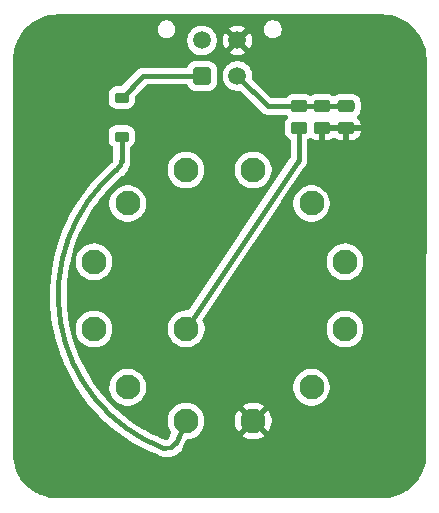
<source format=gbr>
%TF.GenerationSoftware,KiCad,Pcbnew,9.0.4*%
%TF.CreationDate,2026-01-01T20:18:17+00:00*%
%TF.ProjectId,rotary-switch,726f7461-7279-42d7-9377-697463682e6b,rev?*%
%TF.SameCoordinates,Original*%
%TF.FileFunction,Copper,L2,Bot*%
%TF.FilePolarity,Positive*%
%FSLAX46Y46*%
G04 Gerber Fmt 4.6, Leading zero omitted, Abs format (unit mm)*
G04 Created by KiCad (PCBNEW 9.0.4) date 2026-01-01 20:18:17*
%MOMM*%
%LPD*%
G01*
G04 APERTURE LIST*
G04 Aperture macros list*
%AMRoundRect*
0 Rectangle with rounded corners*
0 $1 Rounding radius*
0 $2 $3 $4 $5 $6 $7 $8 $9 X,Y pos of 4 corners*
0 Add a 4 corners polygon primitive as box body*
4,1,4,$2,$3,$4,$5,$6,$7,$8,$9,$2,$3,0*
0 Add four circle primitives for the rounded corners*
1,1,$1+$1,$2,$3*
1,1,$1+$1,$4,$5*
1,1,$1+$1,$6,$7*
1,1,$1+$1,$8,$9*
0 Add four rect primitives between the rounded corners*
20,1,$1+$1,$2,$3,$4,$5,0*
20,1,$1+$1,$4,$5,$6,$7,0*
20,1,$1+$1,$6,$7,$8,$9,0*
20,1,$1+$1,$8,$9,$2,$3,0*%
G04 Aperture macros list end*
%TA.AperFunction,Conductor*%
%ADD10C,0.400000*%
%TD*%
%TA.AperFunction,ComponentPad*%
%ADD11C,1.500000*%
%TD*%
%TA.AperFunction,ComponentPad*%
%ADD12RoundRect,0.250001X-0.499999X-0.499999X0.499999X-0.499999X0.499999X0.499999X-0.499999X0.499999X0*%
%TD*%
%TA.AperFunction,SMDPad,CuDef*%
%ADD13RoundRect,0.250000X-0.475000X0.250000X-0.475000X-0.250000X0.475000X-0.250000X0.475000X0.250000X0*%
%TD*%
%TA.AperFunction,SMDPad,CuDef*%
%ADD14RoundRect,0.250000X0.450000X-0.262500X0.450000X0.262500X-0.450000X0.262500X-0.450000X-0.262500X0*%
%TD*%
%TA.AperFunction,ComponentPad*%
%ADD15C,5.600000*%
%TD*%
%TA.AperFunction,SMDPad,CuDef*%
%ADD16RoundRect,0.250000X-0.450000X0.262500X-0.450000X-0.262500X0.450000X-0.262500X0.450000X0.262500X0*%
%TD*%
%TA.AperFunction,SMDPad,CuDef*%
%ADD17RoundRect,0.225000X0.375000X-0.225000X0.375000X0.225000X-0.375000X0.225000X-0.375000X-0.225000X0*%
%TD*%
%TA.AperFunction,ComponentPad*%
%ADD18C,2.100000*%
%TD*%
G04 APERTURE END LIST*
D10*
%TO.N,Net-(D1-K)*%
X102900000Y-43800000D02*
X102901388Y-45850000D01*
X102901388Y-45850000D02*
G75*
G02*
X102500000Y-46600000I-901388J0D01*
G01*
X107484025Y-69743610D02*
G75*
G02*
X106500000Y-70200000I-734025J293610D01*
G01*
X106450000Y-70200000D02*
G75*
G02*
X102500000Y-46600000I4953522J12959647D01*
G01*
%TD*%
D11*
%TO.P,J1,4,Pin_4*%
%TO.N,GND*%
X112694001Y-35670002D03*
%TO.P,J1,3,Pin_3*%
%TO.N,unconnected-(J1-Pin_3-Pad3)*%
X109694007Y-35669994D03*
%TO.P,J1,2,Pin_2*%
%TO.N,/Output*%
X112694003Y-38670010D03*
D12*
%TO.P,J1,1,Pin_1*%
%TO.N,+12V*%
X109693997Y-38670000D03*
%TD*%
D13*
%TO.P,C1,1*%
%TO.N,/Output*%
X121899998Y-41200002D03*
%TO.P,C1,2*%
%TO.N,GND*%
X121900002Y-43099998D03*
%TD*%
D14*
%TO.P,R12,1*%
%TO.N,Net-(R12-Pad1)*%
X117900000Y-43062487D03*
%TO.P,R12,2*%
%TO.N,/Output*%
X117900000Y-41237513D03*
%TD*%
D15*
%TO.P,H3,1,1*%
%TO.N,GND*%
X97517220Y-70632780D03*
%TD*%
%TO.P,H4,1,1*%
%TO.N,GND*%
X124892220Y-70632780D03*
%TD*%
%TO.P,H2,1,1*%
%TO.N,GND*%
X124917220Y-37257780D03*
%TD*%
%TO.P,H1,1,1*%
%TO.N,GND*%
X97517220Y-37257780D03*
%TD*%
D16*
%TO.P,R13,1*%
%TO.N,/Output*%
X119850000Y-41237509D03*
%TO.P,R13,2*%
%TO.N,GND*%
X119850000Y-43062491D03*
%TD*%
D17*
%TO.P,D1,1,K*%
%TO.N,Net-(D1-K)*%
X102900003Y-43800004D03*
%TO.P,D1,2,A*%
%TO.N,+12V*%
X102899997Y-40499996D03*
%TD*%
D18*
%TO.P,SW1,1,1*%
%TO.N,Net-(D1-K)*%
X108347000Y-67875000D03*
%TO.P,SW1,2,2*%
%TO.N,Net-(R1-Pad2)*%
X103416000Y-65028000D03*
%TO.P,SW1,3,3*%
%TO.N,Net-(R2-Pad2)*%
X100569000Y-60097000D03*
%TO.P,SW1,4,4*%
%TO.N,Net-(R3-Pad2)*%
X100569000Y-54403000D03*
%TO.P,SW1,5,5*%
%TO.N,Net-(R4-Pad2)*%
X103416000Y-49472000D03*
%TO.P,SW1,6,6*%
%TO.N,Net-(R5-Pad2)*%
X108347000Y-46625000D03*
%TO.P,SW1,7,7*%
%TO.N,Net-(R6-Pad2)*%
X114041000Y-46625000D03*
%TO.P,SW1,8,8*%
%TO.N,Net-(R7-Pad2)*%
X118972000Y-49472000D03*
%TO.P,SW1,9,9*%
%TO.N,Net-(R8-Pad2)*%
X121819000Y-54403000D03*
%TO.P,SW1,10,10*%
%TO.N,Net-(R10-Pad1)*%
X121819000Y-60097000D03*
%TO.P,SW1,11,11*%
%TO.N,Net-(R10-Pad2)*%
X118972000Y-65028000D03*
%TO.P,SW1,12,12*%
%TO.N,GND*%
X114041000Y-67875000D03*
%TO.P,SW1,13,13*%
%TO.N,Net-(R12-Pad1)*%
X108366000Y-60078000D03*
%TD*%
D10*
%TO.N,Net-(D1-K)*%
X107484025Y-69743610D02*
X108347000Y-67875000D01*
%TO.N,/Output*%
X119887507Y-41200002D02*
X119850000Y-41237509D01*
X121899998Y-41200002D02*
X119887507Y-41200002D01*
X117900004Y-41237509D02*
X117900000Y-41237513D01*
X119850000Y-41237509D02*
X117900004Y-41237509D01*
X115261506Y-41237513D02*
X117900000Y-41237513D01*
X112694003Y-38670010D02*
X115261506Y-41237513D01*
%TO.N,+12V*%
X104730000Y-38670000D02*
X109693997Y-38670000D01*
X102900004Y-40499996D02*
X104730000Y-38670000D01*
X102899997Y-40499996D02*
X102900004Y-40499996D01*
%TO.N,/Output*%
X117899999Y-41237511D02*
X117787511Y-41237511D01*
%TO.N,Net-(R12-Pad1)*%
X117912492Y-43049998D02*
X117900001Y-43062489D01*
X108366000Y-60078000D02*
X117900000Y-45800000D01*
X117900000Y-45800000D02*
X117900000Y-43062487D01*
%TD*%
%TA.AperFunction,Conductor*%
%TO.N,GND*%
G36*
X124920250Y-33458428D02*
G01*
X125283552Y-33476278D01*
X125295660Y-33477471D01*
X125652436Y-33530395D01*
X125664372Y-33532769D01*
X126014264Y-33620413D01*
X126025877Y-33623937D01*
X126365495Y-33745455D01*
X126376723Y-33750107D01*
X126702784Y-33904324D01*
X126713513Y-33910058D01*
X126957095Y-34056056D01*
X127022874Y-34095482D01*
X127032992Y-34102242D01*
X127322703Y-34317107D01*
X127332109Y-34324827D01*
X127599359Y-34567049D01*
X127607950Y-34575640D01*
X127698937Y-34676028D01*
X127850172Y-34842890D01*
X127857892Y-34852296D01*
X128072757Y-35142007D01*
X128079517Y-35152125D01*
X128264939Y-35461483D01*
X128270675Y-35472215D01*
X128424892Y-35798276D01*
X128429547Y-35809514D01*
X128506133Y-36023555D01*
X128551057Y-36149106D01*
X128554590Y-36160751D01*
X128642230Y-36510628D01*
X128644604Y-36522563D01*
X128697528Y-36879339D01*
X128698721Y-36891449D01*
X128716569Y-37254716D01*
X128716718Y-37260859D01*
X128701193Y-70568129D01*
X128701189Y-70576218D01*
X128701161Y-70576326D01*
X128701161Y-70639114D01*
X128701161Y-70639210D01*
X128701159Y-70639215D01*
X128701012Y-70645239D01*
X128683162Y-71008548D01*
X128681969Y-71020658D01*
X128629044Y-71377432D01*
X128626670Y-71389367D01*
X128539030Y-71739241D01*
X128535497Y-71750886D01*
X128413988Y-72090475D01*
X128409331Y-72101718D01*
X128255118Y-72427768D01*
X128249382Y-72438499D01*
X128063953Y-72747864D01*
X128057192Y-72757982D01*
X127842337Y-73047677D01*
X127834617Y-73057084D01*
X127592397Y-73324329D01*
X127583800Y-73332926D01*
X127325141Y-73567359D01*
X127316544Y-73575151D01*
X127307137Y-73582870D01*
X127017440Y-73797720D01*
X127007322Y-73804481D01*
X126697950Y-73989908D01*
X126687218Y-73995644D01*
X126361170Y-74149850D01*
X126349927Y-74154507D01*
X126010327Y-74276015D01*
X125998683Y-74279547D01*
X125648817Y-74367181D01*
X125636881Y-74369555D01*
X125280108Y-74422474D01*
X125267998Y-74423667D01*
X124903483Y-74441571D01*
X124897402Y-74441720D01*
X124865824Y-74441720D01*
X124835773Y-74441720D01*
X124835769Y-74441720D01*
X124828165Y-74441721D01*
X124828164Y-74441720D01*
X124828163Y-74441721D01*
X97485833Y-74441721D01*
X97479748Y-74441572D01*
X97116448Y-74423722D01*
X97104338Y-74422529D01*
X96747563Y-74369605D01*
X96735628Y-74367231D01*
X96385750Y-74279591D01*
X96374108Y-74276059D01*
X96034515Y-74154548D01*
X96023280Y-74149895D01*
X95860245Y-74072785D01*
X95697214Y-73995677D01*
X95686482Y-73989940D01*
X95377124Y-73804518D01*
X95367006Y-73797758D01*
X95077296Y-73582893D01*
X95067890Y-73575173D01*
X95025264Y-73536539D01*
X94800638Y-73332950D01*
X94792049Y-73324361D01*
X94549826Y-73057109D01*
X94542106Y-73047703D01*
X94327241Y-72757993D01*
X94320481Y-72747875D01*
X94320474Y-72747864D01*
X94135057Y-72438514D01*
X94129322Y-72427785D01*
X94129314Y-72427768D01*
X93975099Y-72101709D01*
X93970454Y-72090495D01*
X93848936Y-71750878D01*
X93845412Y-71739265D01*
X93757767Y-71389367D01*
X93755394Y-71377436D01*
X93702470Y-71020661D01*
X93701277Y-71008551D01*
X93696592Y-70913186D01*
X93683430Y-70645318D01*
X93683282Y-70639114D01*
X93683448Y-70478501D01*
X93696900Y-57439494D01*
X96825629Y-57439494D01*
X96834705Y-57671970D01*
X96854478Y-58178403D01*
X96920752Y-58914866D01*
X96945081Y-59086917D01*
X97024286Y-59647046D01*
X97024288Y-59647060D01*
X97024289Y-59647062D01*
X97024289Y-59647067D01*
X97164801Y-60372992D01*
X97164811Y-60373040D01*
X97341964Y-61090961D01*
X97346821Y-61107081D01*
X97555288Y-61798972D01*
X97555292Y-61798984D01*
X97555300Y-61799009D01*
X97783647Y-62437670D01*
X97804239Y-62495263D01*
X98045526Y-63075483D01*
X98088179Y-63178049D01*
X98249124Y-63515678D01*
X98406363Y-63845535D01*
X98757987Y-64496042D01*
X98860666Y-64664924D01*
X99049631Y-64975726D01*
X99142142Y-65127883D01*
X99557840Y-65739433D01*
X99557841Y-65739434D01*
X99557848Y-65739444D01*
X99634417Y-65840642D01*
X100000514Y-66324500D01*
X100004011Y-66329121D01*
X100004013Y-66329124D01*
X100308986Y-66692339D01*
X100479506Y-66895425D01*
X100983104Y-67436893D01*
X101434109Y-67875001D01*
X101513501Y-67952122D01*
X101513512Y-67952133D01*
X101658320Y-68079182D01*
X101934193Y-68321224D01*
X102069345Y-68439801D01*
X102069361Y-68439815D01*
X102632021Y-68885076D01*
X102649215Y-68898682D01*
X103251594Y-69327561D01*
X103874944Y-69725345D01*
X104517662Y-70091012D01*
X105178094Y-70423621D01*
X105854540Y-70722315D01*
X106136958Y-70830270D01*
X106136967Y-70830278D01*
X106199897Y-70854330D01*
X106199897Y-70854331D01*
X106273623Y-70882510D01*
X106365115Y-70895467D01*
X106381086Y-70899222D01*
X106381131Y-70899046D01*
X106385645Y-70900177D01*
X106385652Y-70900180D01*
X106608247Y-70938516D01*
X106834078Y-70942884D01*
X107057989Y-70913187D01*
X107274873Y-70850100D01*
X107479780Y-70755065D01*
X107668033Y-70630249D01*
X107835338Y-70478501D01*
X107977876Y-70303283D01*
X108092396Y-70108594D01*
X108126333Y-70023944D01*
X108128849Y-70018107D01*
X108369576Y-69496857D01*
X108415554Y-69444251D01*
X108464473Y-69427892D01*
X108464215Y-69426262D01*
X108469026Y-69425500D01*
X108469027Y-69425500D01*
X108710076Y-69387321D01*
X108942185Y-69311904D01*
X109159639Y-69201106D01*
X109357083Y-69057655D01*
X109529655Y-68885083D01*
X109673106Y-68687639D01*
X109783904Y-68470185D01*
X109859321Y-68238076D01*
X109897500Y-67997027D01*
X109897500Y-67753006D01*
X112491000Y-67753006D01*
X112491000Y-67996993D01*
X112529165Y-68237959D01*
X112604560Y-68469998D01*
X112715323Y-68687380D01*
X112782543Y-68779901D01*
X112782544Y-68779902D01*
X113401690Y-68160756D01*
X113420668Y-68206574D01*
X113497274Y-68321224D01*
X113594776Y-68418726D01*
X113709426Y-68495332D01*
X113755242Y-68514309D01*
X113136096Y-69133454D01*
X113136097Y-69133456D01*
X113228619Y-69200676D01*
X113446001Y-69311439D01*
X113678040Y-69386834D01*
X113919007Y-69425000D01*
X114162993Y-69425000D01*
X114403959Y-69386834D01*
X114635998Y-69311439D01*
X114853377Y-69200678D01*
X114945901Y-69133454D01*
X114945902Y-69133454D01*
X114326757Y-68514309D01*
X114372574Y-68495332D01*
X114487224Y-68418726D01*
X114584726Y-68321224D01*
X114661332Y-68206574D01*
X114680309Y-68160757D01*
X115299454Y-68779902D01*
X115299454Y-68779901D01*
X115366678Y-68687377D01*
X115477439Y-68469998D01*
X115552834Y-68237959D01*
X115591000Y-67996993D01*
X115591000Y-67753006D01*
X115552834Y-67512040D01*
X115477439Y-67280001D01*
X115366676Y-67062619D01*
X115299456Y-66970097D01*
X115299454Y-66970096D01*
X114680309Y-67589241D01*
X114661332Y-67543426D01*
X114584726Y-67428776D01*
X114487224Y-67331274D01*
X114372574Y-67254668D01*
X114326756Y-67235689D01*
X114945902Y-66616544D01*
X114945901Y-66616543D01*
X114853380Y-66549323D01*
X114635998Y-66438560D01*
X114403959Y-66363165D01*
X114162993Y-66325000D01*
X113919007Y-66325000D01*
X113678040Y-66363165D01*
X113446001Y-66438560D01*
X113228626Y-66549319D01*
X113136097Y-66616544D01*
X113755243Y-67235689D01*
X113709426Y-67254668D01*
X113594776Y-67331274D01*
X113497274Y-67428776D01*
X113420668Y-67543426D01*
X113401690Y-67589243D01*
X112782544Y-66970097D01*
X112715319Y-67062626D01*
X112604560Y-67280001D01*
X112529165Y-67512040D01*
X112491000Y-67753006D01*
X109897500Y-67753006D01*
X109897500Y-67752973D01*
X109859321Y-67511924D01*
X109783904Y-67279815D01*
X109673106Y-67062361D01*
X109654779Y-67037136D01*
X109529660Y-66864923D01*
X109529656Y-66864918D01*
X109357081Y-66692343D01*
X109357076Y-66692339D01*
X109159642Y-66548896D01*
X109159641Y-66548895D01*
X109159639Y-66548894D01*
X108942185Y-66438096D01*
X108710076Y-66362679D01*
X108710074Y-66362678D01*
X108710072Y-66362678D01*
X108498202Y-66329121D01*
X108469027Y-66324500D01*
X108224973Y-66324500D01*
X108195804Y-66329120D01*
X107983927Y-66362678D01*
X107751812Y-66438097D01*
X107534357Y-66548896D01*
X107336923Y-66692339D01*
X107336918Y-66692343D01*
X107164343Y-66864918D01*
X107164339Y-66864923D01*
X107020896Y-67062357D01*
X106910097Y-67279812D01*
X106834678Y-67511927D01*
X106796500Y-67752973D01*
X106796500Y-67997026D01*
X106833170Y-68228553D01*
X106834679Y-68238076D01*
X106910096Y-68470185D01*
X107020762Y-68687380D01*
X107020896Y-68687642D01*
X107087706Y-68779599D01*
X107111186Y-68845405D01*
X107099963Y-68904474D01*
X106877913Y-69385284D01*
X106877565Y-69386031D01*
X106873188Y-69395344D01*
X106862940Y-69410169D01*
X106844156Y-69457126D01*
X106842604Y-69460430D01*
X106821758Y-69483964D01*
X106802332Y-69508681D01*
X106798773Y-69509913D01*
X106796277Y-69512732D01*
X106766018Y-69521260D01*
X106736311Y-69531551D01*
X106731740Y-69530921D01*
X106729027Y-69531686D01*
X106722236Y-69529611D01*
X106691167Y-69525330D01*
X106646642Y-69510489D01*
X106628127Y-69508681D01*
X106623426Y-69508221D01*
X106588137Y-69499415D01*
X106172133Y-69327561D01*
X106053943Y-69278736D01*
X106047915Y-69276055D01*
X105419893Y-68976486D01*
X105414020Y-68973490D01*
X104888792Y-68687642D01*
X104802848Y-68640868D01*
X104797127Y-68637553D01*
X104204575Y-68272841D01*
X104199047Y-68269233D01*
X103626743Y-67873432D01*
X103621425Y-67869541D01*
X103071047Y-67443809D01*
X103065928Y-67439626D01*
X102539045Y-66985182D01*
X102534155Y-66980732D01*
X102154828Y-66616543D01*
X102032224Y-66498832D01*
X102027582Y-66494131D01*
X102000221Y-66464904D01*
X101552047Y-65986160D01*
X101547686Y-65981245D01*
X101099900Y-65448645D01*
X101095781Y-65443472D01*
X100743307Y-64975726D01*
X100743307Y-64975725D01*
X100690744Y-64905973D01*
X101865500Y-64905973D01*
X101865500Y-65150027D01*
X101903679Y-65391076D01*
X101922384Y-65448645D01*
X101979097Y-65623187D01*
X102089896Y-65840642D01*
X102233339Y-66038076D01*
X102233343Y-66038081D01*
X102405918Y-66210656D01*
X102405923Y-66210660D01*
X102562612Y-66324500D01*
X102603361Y-66354106D01*
X102820815Y-66464904D01*
X103052924Y-66540321D01*
X103293973Y-66578500D01*
X103293974Y-66578500D01*
X103538026Y-66578500D01*
X103538027Y-66578500D01*
X103779076Y-66540321D01*
X104011185Y-66464904D01*
X104228639Y-66354106D01*
X104426083Y-66210655D01*
X104598655Y-66038083D01*
X104742106Y-65840639D01*
X104852904Y-65623185D01*
X104928321Y-65391076D01*
X104966500Y-65150027D01*
X104966500Y-64905973D01*
X117421500Y-64905973D01*
X117421500Y-65150027D01*
X117459679Y-65391076D01*
X117478384Y-65448645D01*
X117535097Y-65623187D01*
X117645896Y-65840642D01*
X117789339Y-66038076D01*
X117789343Y-66038081D01*
X117961918Y-66210656D01*
X117961923Y-66210660D01*
X118118612Y-66324500D01*
X118159361Y-66354106D01*
X118376815Y-66464904D01*
X118608924Y-66540321D01*
X118849973Y-66578500D01*
X118849974Y-66578500D01*
X119094026Y-66578500D01*
X119094027Y-66578500D01*
X119335076Y-66540321D01*
X119567185Y-66464904D01*
X119784639Y-66354106D01*
X119982083Y-66210655D01*
X120154655Y-66038083D01*
X120298106Y-65840639D01*
X120408904Y-65623185D01*
X120484321Y-65391076D01*
X120522500Y-65150027D01*
X120522500Y-64905973D01*
X120484321Y-64664924D01*
X120408904Y-64432815D01*
X120298106Y-64215361D01*
X120279779Y-64190136D01*
X120154660Y-64017923D01*
X120154656Y-64017918D01*
X119982081Y-63845343D01*
X119982076Y-63845339D01*
X119784642Y-63701896D01*
X119784641Y-63701895D01*
X119784639Y-63701894D01*
X119567185Y-63591096D01*
X119335076Y-63515679D01*
X119335074Y-63515678D01*
X119335072Y-63515678D01*
X119166769Y-63489021D01*
X119094027Y-63477500D01*
X118849973Y-63477500D01*
X118794093Y-63486350D01*
X118608927Y-63515678D01*
X118376812Y-63591097D01*
X118159357Y-63701896D01*
X117961923Y-63845339D01*
X117961918Y-63845343D01*
X117789343Y-64017918D01*
X117789339Y-64017923D01*
X117645896Y-64215357D01*
X117535097Y-64432812D01*
X117459678Y-64664927D01*
X117425236Y-64882388D01*
X117421500Y-64905973D01*
X104966500Y-64905973D01*
X104928321Y-64664924D01*
X104852904Y-64432815D01*
X104742106Y-64215361D01*
X104723779Y-64190136D01*
X104598660Y-64017923D01*
X104598656Y-64017918D01*
X104426081Y-63845343D01*
X104426076Y-63845339D01*
X104228642Y-63701896D01*
X104228641Y-63701895D01*
X104228639Y-63701894D01*
X104011185Y-63591096D01*
X103779076Y-63515679D01*
X103779074Y-63515678D01*
X103779072Y-63515678D01*
X103610769Y-63489021D01*
X103538027Y-63477500D01*
X103293973Y-63477500D01*
X103238093Y-63486350D01*
X103052927Y-63515678D01*
X102820812Y-63591097D01*
X102603357Y-63701896D01*
X102405923Y-63845339D01*
X102405918Y-63845343D01*
X102233343Y-64017918D01*
X102233339Y-64017923D01*
X102089896Y-64215357D01*
X101979097Y-64432812D01*
X101903678Y-64664927D01*
X101869236Y-64882388D01*
X101865500Y-64905973D01*
X100690744Y-64905973D01*
X100677029Y-64887773D01*
X100673192Y-64882388D01*
X100413138Y-64496040D01*
X100284658Y-64305164D01*
X100281119Y-64299592D01*
X100112614Y-64017923D01*
X99923903Y-63702476D01*
X99920664Y-63696720D01*
X99595781Y-63081410D01*
X99592851Y-63075483D01*
X99536876Y-62954224D01*
X99301223Y-62443725D01*
X99298630Y-62437690D01*
X99041070Y-61791237D01*
X99038807Y-61785082D01*
X98816089Y-61125873D01*
X98814143Y-61119562D01*
X98810656Y-61107083D01*
X98626871Y-60449394D01*
X98625275Y-60443034D01*
X98521020Y-59974973D01*
X99018500Y-59974973D01*
X99018500Y-60219026D01*
X99053669Y-60441076D01*
X99056679Y-60460076D01*
X99125923Y-60673187D01*
X99132097Y-60692187D01*
X99242896Y-60909642D01*
X99386339Y-61107076D01*
X99386343Y-61107081D01*
X99558918Y-61279656D01*
X99558923Y-61279660D01*
X99730206Y-61404103D01*
X99756361Y-61423106D01*
X99973815Y-61533904D01*
X100205924Y-61609321D01*
X100446973Y-61647500D01*
X100446974Y-61647500D01*
X100691026Y-61647500D01*
X100691027Y-61647500D01*
X100932076Y-61609321D01*
X101164185Y-61533904D01*
X101381639Y-61423106D01*
X101579083Y-61279655D01*
X101751655Y-61107083D01*
X101895106Y-60909639D01*
X102005904Y-60692185D01*
X102081321Y-60460076D01*
X102119500Y-60219027D01*
X102119500Y-59974973D01*
X102116491Y-59955973D01*
X106815500Y-59955973D01*
X106815500Y-60200027D01*
X106853679Y-60441076D01*
X106859852Y-60460076D01*
X106929097Y-60673187D01*
X107039896Y-60890642D01*
X107183339Y-61088076D01*
X107183343Y-61088081D01*
X107355918Y-61260656D01*
X107355923Y-61260660D01*
X107528136Y-61385779D01*
X107553361Y-61404106D01*
X107770815Y-61514904D01*
X108002924Y-61590321D01*
X108243973Y-61628500D01*
X108243974Y-61628500D01*
X108488026Y-61628500D01*
X108488027Y-61628500D01*
X108729076Y-61590321D01*
X108961185Y-61514904D01*
X109178639Y-61404106D01*
X109376083Y-61260655D01*
X109548655Y-61088083D01*
X109692106Y-60890639D01*
X109802904Y-60673185D01*
X109878321Y-60441076D01*
X109916500Y-60200027D01*
X109916500Y-59974973D01*
X120268500Y-59974973D01*
X120268500Y-60219026D01*
X120303669Y-60441076D01*
X120306679Y-60460076D01*
X120375923Y-60673187D01*
X120382097Y-60692187D01*
X120492896Y-60909642D01*
X120636339Y-61107076D01*
X120636343Y-61107081D01*
X120808918Y-61279656D01*
X120808923Y-61279660D01*
X120980206Y-61404103D01*
X121006361Y-61423106D01*
X121223815Y-61533904D01*
X121455924Y-61609321D01*
X121696973Y-61647500D01*
X121696974Y-61647500D01*
X121941026Y-61647500D01*
X121941027Y-61647500D01*
X122182076Y-61609321D01*
X122414185Y-61533904D01*
X122631639Y-61423106D01*
X122829083Y-61279655D01*
X123001655Y-61107083D01*
X123145106Y-60909639D01*
X123255904Y-60692185D01*
X123331321Y-60460076D01*
X123369500Y-60219027D01*
X123369500Y-59974973D01*
X123331321Y-59733924D01*
X123255904Y-59501815D01*
X123145106Y-59284361D01*
X123123716Y-59254920D01*
X123001660Y-59086923D01*
X123001656Y-59086918D01*
X122829081Y-58914343D01*
X122829076Y-58914339D01*
X122631642Y-58770896D01*
X122631641Y-58770895D01*
X122631639Y-58770894D01*
X122414185Y-58660096D01*
X122182076Y-58584679D01*
X122182074Y-58584678D01*
X122182072Y-58584678D01*
X122013769Y-58558021D01*
X121941027Y-58546500D01*
X121696973Y-58546500D01*
X121641093Y-58555350D01*
X121455927Y-58584678D01*
X121223812Y-58660097D01*
X121006357Y-58770896D01*
X120808923Y-58914339D01*
X120808918Y-58914343D01*
X120636343Y-59086918D01*
X120636339Y-59086923D01*
X120492896Y-59284357D01*
X120382097Y-59501812D01*
X120306678Y-59733927D01*
X120268500Y-59974973D01*
X109916500Y-59974973D01*
X109916500Y-59955973D01*
X109878321Y-59714924D01*
X109802904Y-59482815D01*
X109750554Y-59380073D01*
X109737659Y-59311405D01*
X109757916Y-59254921D01*
X113079224Y-54280973D01*
X120268500Y-54280973D01*
X120268500Y-54525026D01*
X120306678Y-54766072D01*
X120382097Y-54998187D01*
X120492896Y-55215642D01*
X120636339Y-55413076D01*
X120636343Y-55413081D01*
X120808918Y-55585656D01*
X120808923Y-55585660D01*
X120981136Y-55710779D01*
X121006361Y-55729106D01*
X121223815Y-55839904D01*
X121455924Y-55915321D01*
X121696973Y-55953500D01*
X121696974Y-55953500D01*
X121941026Y-55953500D01*
X121941027Y-55953500D01*
X122182076Y-55915321D01*
X122414185Y-55839904D01*
X122631639Y-55729106D01*
X122829083Y-55585655D01*
X123001655Y-55413083D01*
X123145106Y-55215639D01*
X123255904Y-54998185D01*
X123331321Y-54766076D01*
X123369500Y-54525027D01*
X123369500Y-54280973D01*
X123331321Y-54039924D01*
X123255904Y-53807815D01*
X123145106Y-53590361D01*
X123081276Y-53502506D01*
X123001660Y-53392923D01*
X123001656Y-53392918D01*
X122829081Y-53220343D01*
X122829076Y-53220339D01*
X122631642Y-53076896D01*
X122631641Y-53076895D01*
X122631639Y-53076894D01*
X122414185Y-52966096D01*
X122182076Y-52890679D01*
X122182074Y-52890678D01*
X122182072Y-52890678D01*
X122013769Y-52864021D01*
X121941027Y-52852500D01*
X121696973Y-52852500D01*
X121641093Y-52861350D01*
X121455927Y-52890678D01*
X121223812Y-52966097D01*
X121006357Y-53076896D01*
X120808923Y-53220339D01*
X120808918Y-53220343D01*
X120636343Y-53392918D01*
X120636339Y-53392923D01*
X120492896Y-53590357D01*
X120382097Y-53807812D01*
X120306678Y-54039927D01*
X120268500Y-54280973D01*
X113079224Y-54280973D01*
X114823600Y-51668618D01*
X116371854Y-49349973D01*
X117421500Y-49349973D01*
X117421500Y-49594026D01*
X117459678Y-49835072D01*
X117535097Y-50067187D01*
X117645896Y-50284642D01*
X117789339Y-50482076D01*
X117789343Y-50482081D01*
X117961918Y-50654656D01*
X117961923Y-50654660D01*
X118134136Y-50779779D01*
X118159361Y-50798106D01*
X118376815Y-50908904D01*
X118608924Y-50984321D01*
X118849973Y-51022500D01*
X118849974Y-51022500D01*
X119094026Y-51022500D01*
X119094027Y-51022500D01*
X119335076Y-50984321D01*
X119567185Y-50908904D01*
X119784639Y-50798106D01*
X119982083Y-50654655D01*
X120154655Y-50482083D01*
X120298106Y-50284639D01*
X120408904Y-50067185D01*
X120484321Y-49835076D01*
X120522500Y-49594027D01*
X120522500Y-49349973D01*
X120484321Y-49108924D01*
X120408904Y-48876815D01*
X120298106Y-48659361D01*
X120262605Y-48610498D01*
X120154660Y-48461923D01*
X120154656Y-48461918D01*
X119982081Y-48289343D01*
X119982076Y-48289339D01*
X119784642Y-48145896D01*
X119784641Y-48145895D01*
X119784639Y-48145894D01*
X119567185Y-48035096D01*
X119335076Y-47959679D01*
X119335074Y-47959678D01*
X119335072Y-47959678D01*
X119166769Y-47933021D01*
X119094027Y-47921500D01*
X118849973Y-47921500D01*
X118794093Y-47930350D01*
X118608927Y-47959678D01*
X118376812Y-48035097D01*
X118159357Y-48145896D01*
X117961923Y-48289339D01*
X117961918Y-48289343D01*
X117789343Y-48461918D01*
X117789339Y-48461923D01*
X117645896Y-48659357D01*
X117535097Y-48876812D01*
X117459678Y-49108927D01*
X117421500Y-49349973D01*
X116371854Y-49349973D01*
X116421087Y-49276242D01*
X118340248Y-46402130D01*
X118484777Y-46185685D01*
X118520775Y-46131811D01*
X118520815Y-46131714D01*
X118520876Y-46131623D01*
X118547622Y-46066994D01*
X118573580Y-46004328D01*
X118573580Y-46004323D01*
X118573588Y-46004306D01*
X118573636Y-46004145D01*
X118573638Y-46004132D01*
X118573642Y-46004124D01*
X118587160Y-45936052D01*
X118587160Y-45936051D01*
X118587168Y-45936052D01*
X118587168Y-45936011D01*
X118600500Y-45868993D01*
X118600500Y-45868984D01*
X118600508Y-45868905D01*
X118600519Y-45868789D01*
X118600521Y-45868781D01*
X118600500Y-45799788D01*
X118600500Y-44120895D01*
X118603422Y-44110941D01*
X118602165Y-44100644D01*
X118613098Y-44077989D01*
X118620185Y-44053856D01*
X118628831Y-44045391D01*
X118632534Y-44037719D01*
X118649340Y-44025313D01*
X118659692Y-44015179D01*
X118667442Y-44010427D01*
X118669334Y-44009801D01*
X118810665Y-43922627D01*
X118844195Y-43913551D01*
X118877767Y-43904365D01*
X118877942Y-43904416D01*
X118878107Y-43904372D01*
X118882101Y-43905637D01*
X118940569Y-43922805D01*
X119080875Y-44009347D01*
X119080880Y-44009349D01*
X119247302Y-44064496D01*
X119247309Y-44064497D01*
X119350019Y-44074990D01*
X119599999Y-44074990D01*
X120100000Y-44074990D01*
X120349972Y-44074990D01*
X120349986Y-44074989D01*
X120452697Y-44064496D01*
X120619119Y-44009349D01*
X120619124Y-44009347D01*
X120768346Y-43917305D01*
X120772979Y-43913643D01*
X120837775Y-43887502D01*
X120906417Y-43900543D01*
X120937571Y-43923228D01*
X120956656Y-43942313D01*
X121105877Y-44034354D01*
X121105882Y-44034356D01*
X121272304Y-44089503D01*
X121272311Y-44089504D01*
X121375021Y-44099997D01*
X121650001Y-44099997D01*
X122150002Y-44099997D01*
X122424974Y-44099997D01*
X122424988Y-44099996D01*
X122527699Y-44089503D01*
X122694121Y-44034356D01*
X122694126Y-44034354D01*
X122843347Y-43942313D01*
X122967317Y-43818343D01*
X123059358Y-43669122D01*
X123059360Y-43669117D01*
X123114507Y-43502695D01*
X123114508Y-43502688D01*
X123125001Y-43399984D01*
X123125002Y-43399971D01*
X123125002Y-43349998D01*
X122150002Y-43349998D01*
X122150002Y-44099997D01*
X121650001Y-44099997D01*
X121650002Y-44099996D01*
X121650002Y-43349998D01*
X120633871Y-43349998D01*
X120566832Y-43330313D01*
X120546190Y-43313679D01*
X120545002Y-43312491D01*
X120100000Y-43312491D01*
X120100000Y-44074990D01*
X119599999Y-44074990D01*
X119600000Y-44074989D01*
X119600000Y-43186491D01*
X119619685Y-43119452D01*
X119672489Y-43073697D01*
X119724000Y-43062491D01*
X119850000Y-43062491D01*
X119850000Y-42936491D01*
X119869685Y-42869452D01*
X119922489Y-42823697D01*
X119974000Y-42812491D01*
X121091131Y-42812491D01*
X121158170Y-42832176D01*
X121178812Y-42848810D01*
X121180000Y-42849998D01*
X123125001Y-42849998D01*
X123125001Y-42800026D01*
X123125000Y-42800011D01*
X123114507Y-42697300D01*
X123059360Y-42530878D01*
X123059358Y-42530873D01*
X122967317Y-42381652D01*
X122843346Y-42257681D01*
X122843342Y-42257678D01*
X122840346Y-42255830D01*
X122838722Y-42254025D01*
X122837679Y-42253200D01*
X122837820Y-42253021D01*
X122793621Y-42203882D01*
X122782400Y-42134919D01*
X122810243Y-42070837D01*
X122840348Y-42044752D01*
X122843654Y-42042714D01*
X122967710Y-41918658D01*
X123059812Y-41769336D01*
X123114997Y-41602799D01*
X123125498Y-41500011D01*
X123125497Y-40899994D01*
X123122709Y-40872705D01*
X123114997Y-40797205D01*
X123114996Y-40797202D01*
X123059812Y-40630668D01*
X122967710Y-40481346D01*
X122843654Y-40357290D01*
X122734875Y-40290195D01*
X122694334Y-40265189D01*
X122694329Y-40265187D01*
X122692860Y-40264700D01*
X122527795Y-40210003D01*
X122527793Y-40210002D01*
X122425008Y-40199502D01*
X121374996Y-40199502D01*
X121374978Y-40199503D01*
X121272201Y-40210002D01*
X121272198Y-40210003D01*
X121105666Y-40265187D01*
X121105661Y-40265189D01*
X120956335Y-40357294D01*
X120937529Y-40376101D01*
X120876206Y-40409585D01*
X120806514Y-40404599D01*
X120772937Y-40385683D01*
X120768658Y-40382299D01*
X120768656Y-40382297D01*
X120693995Y-40336246D01*
X120619336Y-40290196D01*
X120619331Y-40290194D01*
X120617862Y-40289707D01*
X120452797Y-40235010D01*
X120452795Y-40235009D01*
X120350010Y-40224509D01*
X119349998Y-40224509D01*
X119349980Y-40224510D01*
X119247203Y-40235009D01*
X119247200Y-40235010D01*
X119080668Y-40290194D01*
X119080659Y-40290198D01*
X118940092Y-40376900D01*
X118872699Y-40395340D01*
X118809900Y-40376900D01*
X118669340Y-40290202D01*
X118669335Y-40290200D01*
X118669334Y-40290199D01*
X118502797Y-40235014D01*
X118502795Y-40235013D01*
X118400010Y-40224513D01*
X117399998Y-40224513D01*
X117399980Y-40224514D01*
X117297203Y-40235013D01*
X117297200Y-40235014D01*
X117130668Y-40290198D01*
X117130663Y-40290200D01*
X116981342Y-40382302D01*
X116862951Y-40500694D01*
X116801628Y-40534179D01*
X116775270Y-40537013D01*
X115603025Y-40537013D01*
X115535986Y-40517328D01*
X115515344Y-40500694D01*
X113967106Y-38952456D01*
X113933621Y-38891133D01*
X113932314Y-38845382D01*
X113944503Y-38768427D01*
X113944503Y-38571593D01*
X113944503Y-38571587D01*
X113913712Y-38377183D01*
X113852885Y-38189980D01*
X113805746Y-38097465D01*
X113763527Y-38014605D01*
X113647831Y-37855364D01*
X113508649Y-37716182D01*
X113349408Y-37600486D01*
X113174032Y-37511127D01*
X112986829Y-37450300D01*
X112792425Y-37419510D01*
X112792420Y-37419510D01*
X112595586Y-37419510D01*
X112595581Y-37419510D01*
X112401176Y-37450300D01*
X112213973Y-37511127D01*
X112038597Y-37600486D01*
X111947744Y-37666495D01*
X111879357Y-37716182D01*
X111879355Y-37716184D01*
X111879354Y-37716184D01*
X111740177Y-37855361D01*
X111740177Y-37855362D01*
X111740175Y-37855364D01*
X111719003Y-37884505D01*
X111624479Y-38014604D01*
X111535120Y-38189980D01*
X111474293Y-38377183D01*
X111443503Y-38571587D01*
X111443503Y-38768432D01*
X111474293Y-38962836D01*
X111535120Y-39150039D01*
X111570775Y-39220015D01*
X111624479Y-39325415D01*
X111740175Y-39484656D01*
X111879357Y-39623838D01*
X112038598Y-39739534D01*
X112084084Y-39762710D01*
X112213973Y-39828892D01*
X112213975Y-39828892D01*
X112213978Y-39828894D01*
X112293745Y-39854812D01*
X112401176Y-39889719D01*
X112595581Y-39920510D01*
X112595586Y-39920510D01*
X112792417Y-39920510D01*
X112792420Y-39920510D01*
X112869372Y-39908321D01*
X112938662Y-39917275D01*
X112976449Y-39943113D01*
X114814959Y-41781624D01*
X114814960Y-41781625D01*
X114929698Y-41858290D01*
X115057173Y-41911091D01*
X115057178Y-41911093D01*
X115057182Y-41911093D01*
X115057183Y-41911094D01*
X115192509Y-41938013D01*
X115192512Y-41938013D01*
X115192513Y-41938013D01*
X116775270Y-41938013D01*
X116804710Y-41946657D01*
X116834697Y-41953181D01*
X116839712Y-41956935D01*
X116842309Y-41957698D01*
X116862951Y-41974332D01*
X116950938Y-42062319D01*
X116984423Y-42123642D01*
X116979439Y-42193334D01*
X116950938Y-42237681D01*
X116857289Y-42331329D01*
X116765187Y-42480650D01*
X116765186Y-42480653D01*
X116710001Y-42647190D01*
X116710001Y-42647191D01*
X116710000Y-42647191D01*
X116699500Y-42749970D01*
X116699500Y-43374988D01*
X116699501Y-43375006D01*
X116710000Y-43477783D01*
X116710001Y-43477786D01*
X116765185Y-43644318D01*
X116765186Y-43644321D01*
X116857288Y-43793643D01*
X116981344Y-43917699D01*
X117130666Y-44009801D01*
X117130667Y-44009801D01*
X117136813Y-44013592D01*
X117135706Y-44015386D01*
X117180337Y-44054674D01*
X117199500Y-44120895D01*
X117199500Y-45550027D01*
X117179815Y-45617066D01*
X117178623Y-45618886D01*
X108595837Y-58472359D01*
X108542238Y-58517181D01*
X108492714Y-58527500D01*
X108488027Y-58527500D01*
X108243973Y-58527500D01*
X108188093Y-58536350D01*
X108002927Y-58565678D01*
X107770812Y-58641097D01*
X107553357Y-58751896D01*
X107355923Y-58895339D01*
X107355918Y-58895343D01*
X107183343Y-59067918D01*
X107183339Y-59067923D01*
X107039896Y-59265357D01*
X106929097Y-59482812D01*
X106929096Y-59482814D01*
X106929096Y-59482815D01*
X106922923Y-59501815D01*
X106853678Y-59714927D01*
X106815500Y-59955973D01*
X102116491Y-59955973D01*
X102081321Y-59733924D01*
X102005904Y-59501815D01*
X101895106Y-59284361D01*
X101873716Y-59254920D01*
X101751660Y-59086923D01*
X101751656Y-59086918D01*
X101579081Y-58914343D01*
X101579076Y-58914339D01*
X101381642Y-58770896D01*
X101381641Y-58770895D01*
X101381639Y-58770894D01*
X101164185Y-58660096D01*
X100932076Y-58584679D01*
X100932074Y-58584678D01*
X100932072Y-58584678D01*
X100763769Y-58558021D01*
X100691027Y-58546500D01*
X100446973Y-58546500D01*
X100391093Y-58555350D01*
X100205927Y-58584678D01*
X99973812Y-58660097D01*
X99756357Y-58770896D01*
X99558923Y-58914339D01*
X99558918Y-58914343D01*
X99386343Y-59086918D01*
X99386339Y-59086923D01*
X99242896Y-59284357D01*
X99132097Y-59501812D01*
X99056678Y-59733927D01*
X99018500Y-59974973D01*
X98521020Y-59974973D01*
X98473989Y-59763825D01*
X98472732Y-59757379D01*
X98364682Y-59111813D01*
X98357867Y-59071093D01*
X98356950Y-59064546D01*
X98337833Y-58895345D01*
X98278829Y-58373131D01*
X98278264Y-58366558D01*
X98237107Y-57671947D01*
X98236893Y-57665385D01*
X98232819Y-56969548D01*
X98232957Y-56962950D01*
X98265974Y-56267936D01*
X98266462Y-56261358D01*
X98297600Y-55953500D01*
X98336483Y-55569046D01*
X98337323Y-55562502D01*
X98360536Y-55413083D01*
X98444143Y-54874918D01*
X98445319Y-54868482D01*
X98568977Y-54280973D01*
X99018500Y-54280973D01*
X99018500Y-54525026D01*
X99056678Y-54766072D01*
X99132097Y-54998187D01*
X99242896Y-55215642D01*
X99386339Y-55413076D01*
X99386343Y-55413081D01*
X99558918Y-55585656D01*
X99558923Y-55585660D01*
X99731136Y-55710779D01*
X99756361Y-55729106D01*
X99973815Y-55839904D01*
X100205924Y-55915321D01*
X100446973Y-55953500D01*
X100446974Y-55953500D01*
X100691026Y-55953500D01*
X100691027Y-55953500D01*
X100932076Y-55915321D01*
X101164185Y-55839904D01*
X101381639Y-55729106D01*
X101579083Y-55585655D01*
X101751655Y-55413083D01*
X101895106Y-55215639D01*
X102005904Y-54998185D01*
X102081321Y-54766076D01*
X102119500Y-54525027D01*
X102119500Y-54280973D01*
X102081321Y-54039924D01*
X102005904Y-53807815D01*
X101895106Y-53590361D01*
X101831276Y-53502506D01*
X101751660Y-53392923D01*
X101751656Y-53392918D01*
X101579081Y-53220343D01*
X101579076Y-53220339D01*
X101381642Y-53076896D01*
X101381641Y-53076895D01*
X101381639Y-53076894D01*
X101164185Y-52966096D01*
X100932076Y-52890679D01*
X100932074Y-52890678D01*
X100932072Y-52890678D01*
X100763769Y-52864021D01*
X100691027Y-52852500D01*
X100446973Y-52852500D01*
X100391093Y-52861350D01*
X100205927Y-52890678D01*
X99973812Y-52966097D01*
X99756357Y-53076896D01*
X99558923Y-53220339D01*
X99558918Y-53220343D01*
X99386343Y-53392918D01*
X99386339Y-53392923D01*
X99242896Y-53590357D01*
X99132097Y-53807812D01*
X99056678Y-54039927D01*
X99018500Y-54280973D01*
X98568977Y-54280973D01*
X98588638Y-54187563D01*
X98590168Y-54181146D01*
X98769574Y-53508847D01*
X98771449Y-53502506D01*
X98807050Y-53392917D01*
X98986442Y-52840701D01*
X98988622Y-52834554D01*
X99238584Y-52185152D01*
X99241107Y-52179083D01*
X99525335Y-51543909D01*
X99528177Y-51537988D01*
X99845855Y-50918870D01*
X99848984Y-50913152D01*
X100199226Y-50311819D01*
X100202670Y-50306254D01*
X100584449Y-49724471D01*
X100588164Y-49719124D01*
X100859622Y-49349973D01*
X101865500Y-49349973D01*
X101865500Y-49594026D01*
X101903678Y-49835072D01*
X101979097Y-50067187D01*
X102089896Y-50284642D01*
X102233339Y-50482076D01*
X102233343Y-50482081D01*
X102405918Y-50654656D01*
X102405923Y-50654660D01*
X102578136Y-50779779D01*
X102603361Y-50798106D01*
X102820815Y-50908904D01*
X103052924Y-50984321D01*
X103293973Y-51022500D01*
X103293974Y-51022500D01*
X103538026Y-51022500D01*
X103538027Y-51022500D01*
X103779076Y-50984321D01*
X104011185Y-50908904D01*
X104228639Y-50798106D01*
X104426083Y-50654655D01*
X104598655Y-50482083D01*
X104742106Y-50284639D01*
X104852904Y-50067185D01*
X104928321Y-49835076D01*
X104966500Y-49594027D01*
X104966500Y-49349973D01*
X104928321Y-49108924D01*
X104852904Y-48876815D01*
X104742106Y-48659361D01*
X104706605Y-48610498D01*
X104598660Y-48461923D01*
X104598656Y-48461918D01*
X104426081Y-48289343D01*
X104426076Y-48289339D01*
X104228642Y-48145896D01*
X104228641Y-48145895D01*
X104228639Y-48145894D01*
X104011185Y-48035096D01*
X103779076Y-47959679D01*
X103779074Y-47959678D01*
X103779072Y-47959678D01*
X103610769Y-47933021D01*
X103538027Y-47921500D01*
X103293973Y-47921500D01*
X103238093Y-47930350D01*
X103052927Y-47959678D01*
X102820812Y-48035097D01*
X102603357Y-48145896D01*
X102405923Y-48289339D01*
X102405918Y-48289343D01*
X102233343Y-48461918D01*
X102233339Y-48461923D01*
X102089896Y-48659357D01*
X101979097Y-48876812D01*
X101903678Y-49108927D01*
X101865500Y-49349973D01*
X100859622Y-49349973D01*
X101000437Y-49158481D01*
X101004462Y-49153304D01*
X101446010Y-48615459D01*
X101450281Y-48610532D01*
X101919868Y-48096988D01*
X101924409Y-48092280D01*
X102420692Y-47604504D01*
X102425507Y-47600018D01*
X102920349Y-47162999D01*
X102933587Y-47152812D01*
X102982261Y-47120338D01*
X103150364Y-46970382D01*
X103295829Y-46798377D01*
X103415793Y-46607709D01*
X103462716Y-46502973D01*
X106796500Y-46502973D01*
X106796500Y-46747026D01*
X106831876Y-46970382D01*
X106834679Y-46988076D01*
X106910096Y-47220185D01*
X106967200Y-47332259D01*
X107020896Y-47437642D01*
X107164339Y-47635076D01*
X107164343Y-47635081D01*
X107336918Y-47807656D01*
X107336923Y-47807660D01*
X107446513Y-47887281D01*
X107534361Y-47951106D01*
X107751815Y-48061904D01*
X107983924Y-48137321D01*
X108224973Y-48175500D01*
X108224974Y-48175500D01*
X108469026Y-48175500D01*
X108469027Y-48175500D01*
X108710076Y-48137321D01*
X108942185Y-48061904D01*
X109159639Y-47951106D01*
X109357083Y-47807655D01*
X109529655Y-47635083D01*
X109673106Y-47437639D01*
X109783904Y-47220185D01*
X109859321Y-46988076D01*
X109897500Y-46747027D01*
X109897500Y-46502973D01*
X112490500Y-46502973D01*
X112490500Y-46747026D01*
X112525876Y-46970382D01*
X112528679Y-46988076D01*
X112604096Y-47220185D01*
X112661200Y-47332259D01*
X112714896Y-47437642D01*
X112858339Y-47635076D01*
X112858343Y-47635081D01*
X113030918Y-47807656D01*
X113030923Y-47807660D01*
X113140513Y-47887281D01*
X113228361Y-47951106D01*
X113445815Y-48061904D01*
X113677924Y-48137321D01*
X113918973Y-48175500D01*
X113918974Y-48175500D01*
X114163026Y-48175500D01*
X114163027Y-48175500D01*
X114404076Y-48137321D01*
X114636185Y-48061904D01*
X114853639Y-47951106D01*
X115051083Y-47807655D01*
X115223655Y-47635083D01*
X115367106Y-47437639D01*
X115477904Y-47220185D01*
X115553321Y-46988076D01*
X115591500Y-46747027D01*
X115591500Y-46502973D01*
X115553321Y-46261924D01*
X115477904Y-46029815D01*
X115367106Y-45812361D01*
X115336939Y-45770840D01*
X115223660Y-45614923D01*
X115223656Y-45614918D01*
X115051081Y-45442343D01*
X115051076Y-45442339D01*
X114853642Y-45298896D01*
X114853641Y-45298895D01*
X114853639Y-45298894D01*
X114636185Y-45188096D01*
X114404076Y-45112679D01*
X114404074Y-45112678D01*
X114404072Y-45112678D01*
X114235769Y-45086021D01*
X114163027Y-45074500D01*
X113918973Y-45074500D01*
X113863093Y-45083350D01*
X113677927Y-45112678D01*
X113445812Y-45188097D01*
X113228357Y-45298896D01*
X113030923Y-45442339D01*
X113030918Y-45442343D01*
X112858343Y-45614918D01*
X112858339Y-45614923D01*
X112714896Y-45812357D01*
X112604097Y-46029812D01*
X112528678Y-46261927D01*
X112490500Y-46502973D01*
X109897500Y-46502973D01*
X109859321Y-46261924D01*
X109783904Y-46029815D01*
X109673106Y-45812361D01*
X109642939Y-45770840D01*
X109529660Y-45614923D01*
X109529656Y-45614918D01*
X109357081Y-45442343D01*
X109357076Y-45442339D01*
X109159642Y-45298896D01*
X109159641Y-45298895D01*
X109159639Y-45298894D01*
X108942185Y-45188096D01*
X108710076Y-45112679D01*
X108710074Y-45112678D01*
X108710072Y-45112678D01*
X108541769Y-45086021D01*
X108469027Y-45074500D01*
X108224973Y-45074500D01*
X108169093Y-45083350D01*
X107983927Y-45112678D01*
X107751812Y-45188097D01*
X107534357Y-45298896D01*
X107336923Y-45442339D01*
X107336918Y-45442343D01*
X107164343Y-45614918D01*
X107164339Y-45614923D01*
X107020896Y-45812357D01*
X106910097Y-46029812D01*
X106834678Y-46261927D01*
X106796500Y-46502973D01*
X103462716Y-46502973D01*
X103487610Y-46447409D01*
X103487612Y-46447403D01*
X103507895Y-46402130D01*
X103570321Y-46185685D01*
X103601845Y-45962634D01*
X103601861Y-45918887D01*
X103601935Y-45918518D01*
X103601888Y-45849128D01*
X103601888Y-45771073D01*
X103601888Y-45764601D01*
X103601829Y-45763573D01*
X103601710Y-45587621D01*
X103601139Y-44745536D01*
X103620778Y-44678487D01*
X103660043Y-44639917D01*
X103728047Y-44597972D01*
X103847971Y-44478048D01*
X103937006Y-44333701D01*
X103990352Y-44172712D01*
X104000503Y-44073349D01*
X104000502Y-43526660D01*
X103990352Y-43427296D01*
X103937006Y-43266307D01*
X103937002Y-43266301D01*
X103937001Y-43266298D01*
X103847973Y-43121963D01*
X103847970Y-43121959D01*
X103728047Y-43002036D01*
X103728043Y-43002033D01*
X103583708Y-42913005D01*
X103583702Y-42913002D01*
X103583700Y-42913001D01*
X103452277Y-42869452D01*
X103422712Y-42859655D01*
X103323349Y-42849504D01*
X102476665Y-42849504D01*
X102476647Y-42849505D01*
X102377295Y-42859654D01*
X102377292Y-42859655D01*
X102216308Y-42913000D01*
X102216297Y-42913005D01*
X102071962Y-43002033D01*
X102071958Y-43002036D01*
X101952035Y-43121959D01*
X101952032Y-43121963D01*
X101863004Y-43266298D01*
X101862999Y-43266309D01*
X101809654Y-43427294D01*
X101799503Y-43526651D01*
X101799503Y-44073341D01*
X101799504Y-44073359D01*
X101809653Y-44172711D01*
X101809654Y-44172714D01*
X101862999Y-44333698D01*
X101863004Y-44333709D01*
X101952032Y-44478044D01*
X101952035Y-44478048D01*
X102071959Y-44597972D01*
X102141237Y-44640703D01*
X102187960Y-44692650D01*
X102200139Y-44746157D01*
X102200881Y-45839780D01*
X102199221Y-45860085D01*
X102193546Y-45894419D01*
X102180534Y-45932707D01*
X102168961Y-45954332D01*
X102144312Y-45986407D01*
X102136550Y-45993663D01*
X102116467Y-46007764D01*
X102116805Y-46008275D01*
X102110996Y-46012118D01*
X102110994Y-46012120D01*
X102110993Y-46012121D01*
X102084871Y-46033976D01*
X102074089Y-46042043D01*
X102045765Y-46060926D01*
X102045758Y-46060932D01*
X102024320Y-46083560D01*
X102013883Y-46093372D01*
X101766926Y-46300029D01*
X101766898Y-46300054D01*
X101224589Y-46802728D01*
X101224581Y-46802736D01*
X100708458Y-47332262D01*
X100219832Y-47887292D01*
X99760001Y-48466353D01*
X99330107Y-49068003D01*
X99330088Y-49068030D01*
X98931262Y-49690691D01*
X98564504Y-50332799D01*
X98230784Y-50992663D01*
X98230784Y-50992664D01*
X97930947Y-51668605D01*
X97930942Y-51668617D01*
X97930942Y-51668618D01*
X97930941Y-51668619D01*
X97665772Y-52358870D01*
X97435934Y-53061699D01*
X97392826Y-53220339D01*
X97242025Y-53775293D01*
X97084549Y-54497789D01*
X97084548Y-54497796D01*
X97084547Y-54497797D01*
X96963910Y-55227337D01*
X96963909Y-55227346D01*
X96880416Y-55962056D01*
X96880415Y-55962067D01*
X96834284Y-56700044D01*
X96834283Y-56700070D01*
X96834283Y-56700087D01*
X96825629Y-57439494D01*
X93696900Y-57439494D01*
X93714657Y-40226643D01*
X101799497Y-40226643D01*
X101799497Y-40773333D01*
X101799498Y-40773351D01*
X101809647Y-40872703D01*
X101809648Y-40872706D01*
X101862993Y-41033690D01*
X101862998Y-41033701D01*
X101952026Y-41178036D01*
X101952029Y-41178040D01*
X102071952Y-41297963D01*
X102071956Y-41297966D01*
X102216291Y-41386994D01*
X102216294Y-41386995D01*
X102216300Y-41386999D01*
X102377289Y-41440345D01*
X102476652Y-41450496D01*
X103323341Y-41450495D01*
X103323349Y-41450494D01*
X103323352Y-41450494D01*
X103377757Y-41444936D01*
X103422705Y-41440345D01*
X103583694Y-41386999D01*
X103728041Y-41297964D01*
X103847965Y-41178040D01*
X103937000Y-41033693D01*
X103990346Y-40872704D01*
X104000497Y-40773341D01*
X104000496Y-40441520D01*
X104020180Y-40374482D01*
X104036810Y-40353845D01*
X104983838Y-39406819D01*
X105045161Y-39373334D01*
X105071519Y-39370500D01*
X108380264Y-39370500D01*
X108447303Y-39390185D01*
X108493058Y-39442989D01*
X108497970Y-39455495D01*
X108509184Y-39489337D01*
X108601283Y-39638651D01*
X108601286Y-39638655D01*
X108725341Y-39762710D01*
X108725345Y-39762713D01*
X108874659Y-39854812D01*
X108874661Y-39854813D01*
X108874663Y-39854814D01*
X109041200Y-39909999D01*
X109143989Y-39920500D01*
X109143994Y-39920500D01*
X110244000Y-39920500D01*
X110244005Y-39920500D01*
X110346794Y-39909999D01*
X110513331Y-39854814D01*
X110662652Y-39762711D01*
X110786708Y-39638655D01*
X110878811Y-39489334D01*
X110933996Y-39322797D01*
X110944497Y-39220008D01*
X110944497Y-38119992D01*
X110933996Y-38017203D01*
X110878811Y-37850666D01*
X110786708Y-37701345D01*
X110662652Y-37577289D01*
X110662648Y-37577286D01*
X110513334Y-37485187D01*
X110513332Y-37485186D01*
X110408052Y-37450300D01*
X110346794Y-37430001D01*
X110346792Y-37430000D01*
X110244012Y-37419500D01*
X110244005Y-37419500D01*
X109143989Y-37419500D01*
X109143981Y-37419500D01*
X109041201Y-37430000D01*
X109041200Y-37430001D01*
X108874661Y-37485186D01*
X108874659Y-37485187D01*
X108725345Y-37577286D01*
X108725341Y-37577289D01*
X108601286Y-37701344D01*
X108601283Y-37701348D01*
X108509184Y-37850662D01*
X108497970Y-37884505D01*
X108458197Y-37941949D01*
X108393681Y-37968772D01*
X108380264Y-37969500D01*
X104661003Y-37969500D01*
X104552590Y-37991065D01*
X104552589Y-37991065D01*
X104525671Y-37996420D01*
X104398190Y-38049224D01*
X104283454Y-38125887D01*
X102896164Y-39513177D01*
X102834841Y-39546662D01*
X102808483Y-39549496D01*
X102476660Y-39549496D01*
X102476641Y-39549497D01*
X102377289Y-39559646D01*
X102377286Y-39559647D01*
X102216302Y-39612992D01*
X102216291Y-39612997D01*
X102071956Y-39702025D01*
X102071952Y-39702028D01*
X101952029Y-39821951D01*
X101952026Y-39821955D01*
X101862998Y-39966290D01*
X101862993Y-39966301D01*
X101809648Y-40127286D01*
X101799497Y-40226643D01*
X93714657Y-40226643D01*
X93717652Y-37323926D01*
X93717720Y-37323674D01*
X93717720Y-37260689D01*
X93717723Y-37260676D01*
X93717869Y-37254737D01*
X93735718Y-36891450D01*
X93736911Y-36879340D01*
X93757653Y-36739517D01*
X93789836Y-36522563D01*
X93792209Y-36510632D01*
X93798719Y-36484642D01*
X93879855Y-36160735D01*
X93883375Y-36149133D01*
X94004900Y-35809500D01*
X94009542Y-35798294D01*
X94116775Y-35571571D01*
X108443507Y-35571571D01*
X108443507Y-35768416D01*
X108474297Y-35962820D01*
X108535124Y-36150023D01*
X108624354Y-36325145D01*
X108624483Y-36325399D01*
X108740179Y-36484640D01*
X108879361Y-36623822D01*
X109038602Y-36739518D01*
X109121462Y-36781737D01*
X109213977Y-36828876D01*
X109213979Y-36828876D01*
X109213982Y-36828878D01*
X109314324Y-36861481D01*
X109401180Y-36889703D01*
X109595585Y-36920494D01*
X109595590Y-36920494D01*
X109792429Y-36920494D01*
X109986833Y-36889703D01*
X110000178Y-36885367D01*
X110174032Y-36828878D01*
X110349412Y-36739518D01*
X110508653Y-36623822D01*
X110647835Y-36484640D01*
X110763531Y-36325399D01*
X110852891Y-36150019D01*
X110913716Y-35962820D01*
X110913734Y-35962707D01*
X110944507Y-35768416D01*
X110944507Y-35571619D01*
X111444001Y-35571619D01*
X111444001Y-35768384D01*
X111474779Y-35962707D01*
X111535582Y-36149837D01*
X111624906Y-36325147D01*
X111650320Y-36360127D01*
X111650321Y-36360127D01*
X112202872Y-35807576D01*
X112218756Y-35866855D01*
X112285899Y-35983149D01*
X112380854Y-36078104D01*
X112497148Y-36145247D01*
X112556425Y-36161130D01*
X112003874Y-36713679D01*
X112003874Y-36713680D01*
X112038859Y-36739098D01*
X112214165Y-36828420D01*
X112401295Y-36889223D01*
X112595619Y-36920002D01*
X112792383Y-36920002D01*
X112986706Y-36889223D01*
X113173836Y-36828420D01*
X113349144Y-36739097D01*
X113384126Y-36713680D01*
X113384127Y-36713680D01*
X112831576Y-36161129D01*
X112890854Y-36145247D01*
X113007148Y-36078104D01*
X113102103Y-35983149D01*
X113169246Y-35866855D01*
X113185128Y-35807577D01*
X113737679Y-36360128D01*
X113737679Y-36360127D01*
X113763096Y-36325145D01*
X113852419Y-36149837D01*
X113913222Y-35962707D01*
X113944001Y-35768384D01*
X113944001Y-35571619D01*
X113913222Y-35377296D01*
X113852419Y-35190166D01*
X113763097Y-35014860D01*
X113737679Y-34979875D01*
X113737678Y-34979875D01*
X113185128Y-35532425D01*
X113169246Y-35473149D01*
X113102103Y-35356855D01*
X113007148Y-35261900D01*
X112890854Y-35194757D01*
X112831575Y-35178873D01*
X113355358Y-34655090D01*
X114933496Y-34655090D01*
X114933496Y-34804905D01*
X114962719Y-34951820D01*
X114962721Y-34951828D01*
X115020047Y-35090227D01*
X115020052Y-35090236D01*
X115103276Y-35214788D01*
X115103279Y-35214792D01*
X115209201Y-35320714D01*
X115209205Y-35320717D01*
X115333757Y-35403941D01*
X115333766Y-35403946D01*
X115333771Y-35403948D01*
X115472166Y-35461273D01*
X115619088Y-35490497D01*
X115619092Y-35490498D01*
X115619093Y-35490498D01*
X115768900Y-35490498D01*
X115768901Y-35490497D01*
X115915826Y-35461273D01*
X116054228Y-35403945D01*
X116178787Y-35320717D01*
X116284715Y-35214789D01*
X116367943Y-35090230D01*
X116425271Y-34951828D01*
X116454496Y-34804901D01*
X116454496Y-34655095D01*
X116454495Y-34655092D01*
X116454495Y-34655090D01*
X116448773Y-34626321D01*
X116425271Y-34508168D01*
X116367943Y-34369766D01*
X116367940Y-34369761D01*
X116367939Y-34369759D01*
X116284715Y-34245207D01*
X116284712Y-34245203D01*
X116178790Y-34139281D01*
X116178786Y-34139278D01*
X116054234Y-34056054D01*
X116054225Y-34056049D01*
X115915826Y-33998723D01*
X115915818Y-33998721D01*
X115768903Y-33969498D01*
X115768899Y-33969498D01*
X115619093Y-33969498D01*
X115619088Y-33969498D01*
X115472173Y-33998721D01*
X115472165Y-33998723D01*
X115333766Y-34056049D01*
X115333757Y-34056054D01*
X115209205Y-34139278D01*
X115209201Y-34139281D01*
X115103279Y-34245203D01*
X115103276Y-34245207D01*
X115020052Y-34369759D01*
X115020047Y-34369768D01*
X114962721Y-34508167D01*
X114962719Y-34508175D01*
X114933496Y-34655090D01*
X113355358Y-34655090D01*
X113384126Y-34626322D01*
X113384126Y-34626321D01*
X113349146Y-34600907D01*
X113173836Y-34511583D01*
X112986706Y-34450780D01*
X112792383Y-34420002D01*
X112595619Y-34420002D01*
X112401295Y-34450780D01*
X112214162Y-34511584D01*
X112038864Y-34600901D01*
X112038860Y-34600904D01*
X112003874Y-34626322D01*
X112003873Y-34626322D01*
X112556426Y-35178873D01*
X112497148Y-35194757D01*
X112380854Y-35261900D01*
X112285899Y-35356855D01*
X112218756Y-35473149D01*
X112202872Y-35532426D01*
X111650321Y-34979874D01*
X111650321Y-34979875D01*
X111624903Y-35014861D01*
X111624900Y-35014865D01*
X111535583Y-35190163D01*
X111474779Y-35377296D01*
X111444001Y-35571619D01*
X110944507Y-35571619D01*
X110944507Y-35571571D01*
X110913716Y-35377167D01*
X110860957Y-35214794D01*
X110852891Y-35189969D01*
X110852889Y-35189966D01*
X110852889Y-35189964D01*
X110775993Y-35039047D01*
X110763531Y-35014589D01*
X110647835Y-34855348D01*
X110508653Y-34716166D01*
X110349412Y-34600470D01*
X110174036Y-34511111D01*
X109986833Y-34450284D01*
X109792429Y-34419494D01*
X109792424Y-34419494D01*
X109595590Y-34419494D01*
X109595585Y-34419494D01*
X109401180Y-34450284D01*
X109213977Y-34511111D01*
X109038601Y-34600470D01*
X108963416Y-34655096D01*
X108879361Y-34716166D01*
X108879359Y-34716168D01*
X108879358Y-34716168D01*
X108740181Y-34855345D01*
X108740181Y-34855346D01*
X108740179Y-34855348D01*
X108690492Y-34923735D01*
X108624483Y-35014588D01*
X108535124Y-35189964D01*
X108474297Y-35377167D01*
X108443507Y-35571571D01*
X94116775Y-35571571D01*
X94163768Y-35472215D01*
X94169486Y-35461515D01*
X94354936Y-35152114D01*
X94361677Y-35142026D01*
X94576547Y-34852310D01*
X94584248Y-34842925D01*
X94754491Y-34655092D01*
X105933497Y-34655092D01*
X105933497Y-34804907D01*
X105962720Y-34951822D01*
X105962722Y-34951830D01*
X106020048Y-35090229D01*
X106020053Y-35090238D01*
X106103277Y-35214790D01*
X106103280Y-35214794D01*
X106209202Y-35320716D01*
X106209206Y-35320719D01*
X106333758Y-35403943D01*
X106333764Y-35403946D01*
X106333765Y-35403947D01*
X106472167Y-35461275D01*
X106619079Y-35490497D01*
X106619089Y-35490499D01*
X106619093Y-35490500D01*
X106619094Y-35490500D01*
X106768901Y-35490500D01*
X106768902Y-35490499D01*
X106915827Y-35461275D01*
X107054229Y-35403947D01*
X107178788Y-35320719D01*
X107284716Y-35214791D01*
X107367944Y-35090232D01*
X107425272Y-34951830D01*
X107454497Y-34804903D01*
X107454497Y-34655097D01*
X107454496Y-34655094D01*
X107454496Y-34655092D01*
X107443718Y-34600907D01*
X107425272Y-34508170D01*
X107367944Y-34369768D01*
X107367943Y-34369766D01*
X107367940Y-34369761D01*
X107284716Y-34245209D01*
X107284713Y-34245205D01*
X107178791Y-34139283D01*
X107178787Y-34139280D01*
X107054235Y-34056056D01*
X107054226Y-34056051D01*
X106915827Y-33998725D01*
X106915819Y-33998723D01*
X106768904Y-33969500D01*
X106768900Y-33969500D01*
X106619094Y-33969500D01*
X106619089Y-33969500D01*
X106472174Y-33998723D01*
X106472166Y-33998725D01*
X106333767Y-34056051D01*
X106333758Y-34056056D01*
X106209206Y-34139280D01*
X106209202Y-34139283D01*
X106103280Y-34245205D01*
X106103277Y-34245209D01*
X106020053Y-34369761D01*
X106020048Y-34369770D01*
X105962722Y-34508169D01*
X105962720Y-34508177D01*
X105933497Y-34655092D01*
X94754491Y-34655092D01*
X94826499Y-34575644D01*
X94835079Y-34567065D01*
X95102352Y-34324827D01*
X95111727Y-34317132D01*
X95401442Y-34102268D01*
X95411558Y-34095509D01*
X95720929Y-33910080D01*
X95731654Y-33904347D01*
X96057715Y-33750133D01*
X96068941Y-33745483D01*
X96408570Y-33623963D01*
X96420182Y-33620442D01*
X96770072Y-33532800D01*
X96781994Y-33530429D01*
X97138781Y-33477507D01*
X97150876Y-33476315D01*
X97515001Y-33458428D01*
X97521078Y-33458280D01*
X97583110Y-33458281D01*
X97583114Y-33458280D01*
X124851326Y-33458280D01*
X124914166Y-33458280D01*
X124920250Y-33458428D01*
G37*
%TD.AperFunction*%
%TD*%
M02*

</source>
